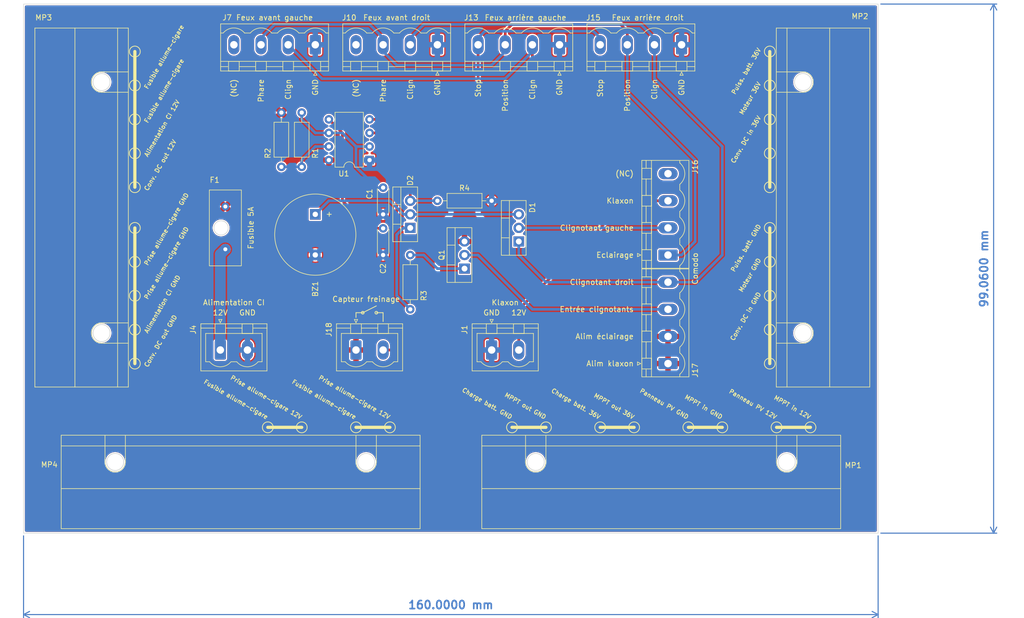
<source format=kicad_pcb>
(kicad_pcb (version 20211014) (generator pcbnew)

  (general
    (thickness 1.6)
  )

  (paper "A4")
  (layers
    (0 "F.Cu" signal)
    (31 "B.Cu" signal)
    (32 "B.Adhes" user "B.Adhesive")
    (33 "F.Adhes" user "F.Adhesive")
    (34 "B.Paste" user)
    (35 "F.Paste" user)
    (36 "B.SilkS" user "B.Silkscreen")
    (37 "F.SilkS" user "F.Silkscreen")
    (38 "B.Mask" user)
    (39 "F.Mask" user)
    (40 "Dwgs.User" user "User.Drawings")
    (41 "Cmts.User" user "User.Comments")
    (42 "Eco1.User" user "User.Eco1")
    (43 "Eco2.User" user "User.Eco2")
    (44 "Edge.Cuts" user)
    (45 "Margin" user)
    (46 "B.CrtYd" user "B.Courtyard")
    (47 "F.CrtYd" user "F.Courtyard")
    (48 "B.Fab" user)
    (49 "F.Fab" user)
    (50 "User.1" user)
    (51 "User.2" user)
    (52 "User.3" user)
    (53 "User.4" user)
    (54 "User.5" user)
    (55 "User.6" user)
    (56 "User.7" user)
    (57 "User.8" user)
    (58 "User.9" user)
  )

  (setup
    (stackup
      (layer "F.SilkS" (type "Top Silk Screen"))
      (layer "F.Paste" (type "Top Solder Paste"))
      (layer "F.Mask" (type "Top Solder Mask") (thickness 0.01))
      (layer "F.Cu" (type "copper") (thickness 0.035))
      (layer "dielectric 1" (type "core") (thickness 1.51) (material "FR4") (epsilon_r 4.5) (loss_tangent 0.02))
      (layer "B.Cu" (type "copper") (thickness 0.035))
      (layer "B.Mask" (type "Bottom Solder Mask") (thickness 0.01))
      (layer "B.Paste" (type "Bottom Solder Paste"))
      (layer "B.SilkS" (type "Bottom Silk Screen"))
      (copper_finish "None")
      (dielectric_constraints no)
    )
    (pad_to_mask_clearance 0)
    (pcbplotparams
      (layerselection 0x00010e0_ffffffff)
      (disableapertmacros false)
      (usegerberextensions false)
      (usegerberattributes true)
      (usegerberadvancedattributes true)
      (creategerberjobfile true)
      (svguseinch false)
      (svgprecision 6)
      (excludeedgelayer true)
      (plotframeref false)
      (viasonmask false)
      (mode 1)
      (useauxorigin false)
      (hpglpennumber 1)
      (hpglpenspeed 20)
      (hpglpendiameter 15.000000)
      (dxfpolygonmode true)
      (dxfimperialunits true)
      (dxfusepcbnewfont true)
      (psnegative false)
      (psa4output false)
      (plotreference true)
      (plotvalue true)
      (plotinvisibletext false)
      (sketchpadsonfab false)
      (subtractmaskfromsilk false)
      (outputformat 1)
      (mirror false)
      (drillshape 0)
      (scaleselection 1)
      (outputdirectory "")
    )
  )

  (net 0 "")
  (net 1 "GND")
  (net 2 "Net-(F1-Pad2)")
  (net 3 "Net-(J13-Pad2)")
  (net 4 "Net-(J10-Pad2)")
  (net 5 "unconnected-(J7-Pad4)")
  (net 6 "unconnected-(J10-Pad4)")
  (net 7 "Net-(J10-Pad3)")
  (net 8 "Net-(J13-Pad4)")
  (net 9 "Net-(J1-Pad2)")
  (net 10 "/Flasher/Out")
  (net 11 "unconnected-(J17-Pad4)")
  (net 12 "/12V_5A")
  (net 13 "Net-(Q1-Pad1)")
  (net 14 "Net-(C1-Pad1)")
  (net 15 "Net-(R3-Pad1)")
  (net 16 "Net-(U1-Pad4)")
  (net 17 "Net-(C2-Pad1)")
  (net 18 "Net-(R1-Pad2)")
  (net 19 "/Flasher/Enable")

  (footprint "circuit:Wago_221-500_SplicingConnectorHolder" (layer "F.Cu") (at 94.615 72.39 90))

  (footprint "Buzzer_Beeper:Buzzer_15x7.5RM7.6" (layer "F.Cu") (at 134.62 73.66 -90))

  (footprint "circuit:Wago_221-500_SplicingConnectorHolder" (layer "F.Cu") (at 120.65 120.015 180))

  (footprint "circuit:Littelfuse_FuseHolder_FL1_178.6764.0001" (layer "F.Cu") (at 117.78 76.2 -90))

  (footprint "Capacitor_THT:C_Disc_D4.3mm_W1.9mm_P5.00mm" (layer "F.Cu") (at 147.32 76.28 -90))

  (footprint "circuit:Generic_HeaderSocket_1x02_P5.08mm_Vertical_Open" (layer "F.Cu") (at 116.84 99.06))

  (footprint "Resistor_THT:R_Axial_DIN0207_L6.3mm_D2.5mm_P10.16mm_Horizontal" (layer "F.Cu") (at 152.4 91.44 90))

  (footprint "circuit:Generic_HeaderSocket_1x04_P5.08mm_Vertical_Open" (layer "F.Cu") (at 180.34 41.91 180))

  (footprint "Package_DIP:DIP-8_W7.62mm" (layer "F.Cu") (at 144.78 63.5 180))

  (footprint "circuit:Generic_HeaderSocket_1x04_P5.08mm_Vertical_Open" (layer "F.Cu") (at 203.2 41.91 180))

  (footprint "Package_TO_SOT_THT:TO-220-3_Vertical" (layer "F.Cu") (at 172.72 78.74 90))

  (footprint "circuit:Generic_HeaderSocket_1x04_P5.08mm_Vertical_Open" (layer "F.Cu") (at 134.62 41.91 180))

  (footprint "Package_TO_SOT_THT:TO-220-3_Vertical" (layer "F.Cu") (at 152.4 76.2 90))

  (footprint "circuit:Generic_HeaderSocket_1x04_P5.08mm_Vertical_Open" (layer "F.Cu") (at 200.66 101.6 90))

  (footprint "circuit:Wago_221-500_SplicingConnectorHolder" (layer "F.Cu") (at 225.933 72.39 -90))

  (footprint "Resistor_THT:R_Axial_DIN0207_L6.3mm_D2.5mm_P10.16mm_Horizontal" (layer "F.Cu") (at 157.48 71.12))

  (footprint "Resistor_THT:R_Axial_DIN0207_L6.3mm_D2.5mm_P10.16mm_Horizontal" (layer "F.Cu") (at 128.27 54.61 -90))

  (footprint "Resistor_THT:R_Axial_DIN0207_L6.3mm_D2.5mm_P10.16mm_Horizontal" (layer "F.Cu") (at 132.08 64.77 90))

  (footprint "Capacitor_THT:C_Disc_D4.3mm_W1.9mm_P5.00mm" (layer "F.Cu") (at 147.32 68.66 -90))

  (footprint "circuit:Generic_HeaderSocket_1x02_P5.08mm_Vertical_Open" (layer "F.Cu") (at 167.64 99.06))

  (footprint "circuit:Wago_221-500_SplicingConnectorHolder" (layer "F.Cu") (at 199.39 120.015 180))

  (footprint "circuit:Generic_HeaderSocket_1x02_P5.08mm_Vertical_Open" (layer "F.Cu") (at 142.24 99.06))

  (footprint "circuit:Generic_HeaderSocket_1x04_P5.08mm_Vertical_Open" (layer "F.Cu") (at 200.66 81.28 90))

  (footprint "Package_TO_SOT_THT:TO-220-3_Vertical" (layer "F.Cu") (at 162.56 83.82 90))

  (footprint "circuit:Generic_HeaderSocket_1x04_P5.08mm_Vertical_Open" (layer "F.Cu") (at 157.48 41.91 180))

  (gr_circle (center 219.71 43.18) (end 219.71 44.196) (layer "F.SilkS") (width 0.15) (fill none) (tstamp 00cc452e-ba96-4e88-af55-18733b4ebc37))
  (gr_line (start 143.51 92.075) (end 146.05 90.805) (layer "F.SilkS") (width 0.15) (tstamp 037ebb6b-c1e3-482d-a0fb-4947fbe14174))
  (gr_circle (center 227.33 113.538) (end 228.346 113.538) (layer "F.SilkS") (width 0.15) (fill none) (tstamp 055fcf87-c6aa-4d3a-b430-5d09e34b74e5))
  (gr_circle (center 100.838 82.55) (end 100.838 83.566) (layer "F.SilkS") (width 0.15) (fill none) (tstamp 0b32eb5e-cf7d-4f91-a80b-b69cb363145f))
  (gr_circle (center 100.838 55.88) (end 100.838 56.896) (layer "F.SilkS") (width 0.15) (fill none) (tstamp 0d55e7a3-dc43-43c6-9a9a-2009d8d31a46))
  (gr_circle (center 219.71 101.6) (end 219.71 102.616) (layer "F.SilkS") (width 0.15) (fill none) (tstamp 0e0ef8f7-8f11-42c6-a45f-df3b4592f844))
  (gr_circle (center 100.838 76.2) (end 100.838 77.216) (layer "F.SilkS") (width 0.15) (fill none) (tstamp 1c60a30a-615f-448b-a49b-d8cc700366e8))
  (gr_circle (center 219.71 55.88) (end 219.71 56.896) (layer "F.SilkS") (width 0.15) (fill none) (tstamp 1eb217a3-880e-4df2-9811-286c14ac7f74))
  (gr_circle (center 100.838 49.53) (end 100.838 50.546) (layer "F.SilkS") (width 0.15) (fill none) (tstamp 21c33e54-0519-410a-b68d-8ed076ea3b1e))
  (gr_circle (center 219.71 95.25) (end 219.71 96.266) (layer "F.SilkS") (width 0.15) (fill none) (tstamp 22f715ec-100a-4c8e-ab3e-fe94307aa39f))
  (gr_line (start 142.24 92.075) (end 143.51 92.075) (layer "F.SilkS") (width 0.15) (tstamp 2665a517-cfa8-4700-85c7-f742ee9f908d))
  (gr_line (start 219.71 101.6) (end 219.71 76.2) (layer "F.SilkS") (width 0.6) (tstamp 267ab17e-424b-4c5b-bf96-65deaaa5db5d))
  (gr_line (start 171.45 113.538) (end 177.8 113.538) (layer "F.SilkS") (width 0.6) (tstamp 276e2239-1b6d-4c52-a207-9385ed3216ee))
  (gr_circle (center 204.47 113.538) (end 204.47 114.554) (layer "F.SilkS") (width 0.15) (fill none) (tstamp 30a29d66-4141-4259-8081-d6952d8bac58))
  (gr_line (start 142.24 92.964) (end 142.24 92.075) (layer "F.SilkS") (width 0.15) (tstamp 317163f5-2dcf-44f7-ad22-042c6ecaf6a0))
  (gr_circle (center 219.71 76.2) (end 219.71 77.216) (layer "F.SilkS") (width 0.15) (fill none) (tstamp 3415d0f1-a5ec-4da2-977b-59cdf177a34e))
  (gr_circle (center 143.51 92.075) (end 143.51 92.329) (layer "F.SilkS") (width 0.15) (fill none) (tstamp 3ba68855-4f8b-4d02-b57a-7a757e623ac6))
  (gr_line (start 147.32 93.726) (end 147.32 92.075) (layer "F.SilkS") (width 0.15) (tstamp 4884cbfa-0b58-4e04-88a2-8b0679a49cfe))
  (gr_circle (center 177.8 113.538) (end 178.816 113.538) (layer "F.SilkS") (width 0.15) (fill none) (tstamp 4ae8d5b6-ac5e-42d2-b8f3-c8cc021daa80))
  (gr_circle (center 100.838 62.23) (end 100.838 63.246) (layer "F.SilkS") (width 0.15) (fill none) (tstamp 51e3ee0a-facb-4db4-9532-340a50f8f1f2))
  (gr_circle (center 210.82 113.538) (end 211.836 113.538) (layer "F.SilkS") (width 0.15) (fill none) (tstamp 556aaf9d-07f6-43f6-8fc0-4e9785c941f1))
  (gr_circle (center 100.838 101.6) (end 100.838 102.616) (layer "F.SilkS") (width 0.15) (fill none) (tstamp 5bf0cce5-0f16-48e1-8027-73d52d0770a7))
  (gr_line (start 146.05 92.075) (end 147.32 92.075) (layer "F.SilkS") (width 0.15) (tstamp 64594d5f-3d87-4b12-b761-9dd43370d25f))
  (gr_line (start 100.838 101.6) (end 100.838 76.2) (layer "F.SilkS") (width 0.6) (tstamp 6880ab3e-a6aa-4a14-9152-a9eb9358d1fc))
  (gr_circle (center 148.59 113.538) (end 149.606 113.538) (layer "F.SilkS") (width 0.15) (fill none) (tstamp 6a0bff84-e9d8-41a3-aabe-ad4db7905799))
  (gr_circle (center 146.05 92.075) (end 146.05 92.329) (layer "F.SilkS") (width 0.15) (fill none) (tstamp 70832878-fccb-4304-88d0-2e6b8d58c95c))
  (gr_line (start 125.73 113.538) (end 132.08 113.538) (layer "F.SilkS") (width 0.6) (tstamp 762ff740-3b01-4bc8-872a-9874ec8e35e1))
  (gr_circle (center 219.71 62.23) (end 219.71 63.246) (layer "F.SilkS") (width 0.15) (fill none) (tstamp 82d429c8-e93d-4f0a-b38e-c4998fc025d4))
  (gr_circle (center 219.71 88.9) (end 219.71 89.916) (layer "F.SilkS") (width 0.15) (fill none) (tstamp 8c73b2a6-3a37-44e3-a20a-4d59420eda58))
  (gr_circle (center 132.08 113.538) (end 133.096 113.538) (layer "F.SilkS") (width 0.15) (fill none) (tstamp 8c76b169-ab5a-4294-b011-8cc6dbfede52))
  (gr_line (start 142.24 113.538) (end 148.59 113.538) (layer "F.SilkS") (width 0.6) (tstamp 91be0c4d-31d3-4e82-bf1f-77f12a0724d3))
  (gr_circle (center 100.838 68.58) (end 100.838 69.596) (layer "F.SilkS") (width 0.15) (fill none) (tstamp 92debe54-aa60-4d78-93c4-7bed450025c3))
  (gr_circle (center 187.96 113.538) (end 187.96 114.554) (layer "F.SilkS") (width 0.15) (fill none) (tstamp 9e269d91-7d17-4c00-b467-153271320d02))
  (gr_line (start 204.47 113.538) (end 210.82 113.538) (layer "F.SilkS") (width 0.6) (tstamp 9f5f49d5-5120-4673-b032-f8b828707780))
  (gr_circle (center 219.71 68.58) (end 219.71 69.596) (layer "F.SilkS") (width 0.15) (fill none) (tstamp ae522db0-de0e-46c6-a5db-2a3e5dc1e2c8))
  (gr_line (start 187.96 113.538) (end 194.31 113.538) (layer "F.SilkS") (width 0.6) (tstamp b9dd1e64-81b6-4cb3-a41a-714927a1f651))
  (gr_line (start 220.98 113.538) (end 227.33 113.538) (layer "F.SilkS") (width 0.6) (tstamp bd1578a3-4a14-4bd9-bd84-0de04e146746))
  (gr_line (start 219.71 68.58) (end 219.71 43.18) (layer "F.SilkS") (width 0.6) (tstamp c385224b-423f-40f8-919d-7bb5706505b4))
  (gr_circle (center 100.838 43.18) (end 100.838 44.196) (layer "F.SilkS") (width 0.15) (fill none) (tstamp c52275f8-949a-4fec-91e2-a5d4834b2abf))
  (gr_circle (center 194.31 113.538) (end 195.326 113.538) (layer "F.SilkS") (width 0.15) (fill none) (tstamp c623ebf3-b72b-47a6-99f0-44d878243028))
  (gr_circle (center 142.24 113.538) (end 142.24 114.554) (layer "F.SilkS") (width 0.15) (fill none) (tstamp d76ff1a7-35b0-4008-84bc-2c8ee966a14c))
  (gr_circle (center 219.71 82.55) (end 219.71 83.566) (layer "F.SilkS") (width 0.15) (fill none) (tstamp dd06bd11-c251-457b-b962-c3f96bc19116))
  (gr_circle (center 100.838 95.25) (end 100.838 96.266) (layer "F.SilkS") (width 0.15) (fill none) (tstamp e0a52752-2d8f-477c-9516-b9400a50c85b))
  (gr_line (start 100.838 68.58) (end 100.838 43.18) (layer "F.SilkS") (width 0.6) (tstamp e16a7896-6132-41a2-88b1-6a30824e02f1))
  (gr_circle (center 219.71 49.53) (end 219.71 50.546) (layer "F.SilkS") (width 0.15) (fill none) (tstamp e613b6cd-fa9d-4fee-b77c-739df61b24e7))
  (gr_circle (center 125.73 113.538) (end 125.73 114.554) (layer "F.SilkS") (width 0.15) (fill none) (tstamp ec541a50-51a5-45b4-bd93-6dc3c5da4675))
  (gr_circle (center 171.45 113.538) (end 171.45 114.554) (layer "F.SilkS") (width 0.15) (fill none) (tstamp f896295d-a092-487a-b396-fb2265acf685))
  (gr_circle (center 220.98 113.538) (end 220.98 114.554) (layer "F.SilkS") (width 0.15) (fill none) (tstamp f96da55c-37fd-441a-97cf-2faa4effb06f))
  (gr_circle (center 100.838 88.9) (end 100.838 89.916) (layer "F.SilkS") (width 0.15) (fill none) (tstamp ff786ef8-333e-498b-b6d9-09fa2cc3b86f))
  (gr_rect (start 80 34.29) (end 240 133.35) (layer "Edge.Cuts") (width 0.1) (fill none) (tstamp baf93642-2aff-4fc6-b370-4199fa085aee))
  (gr_text "Entrée clignotants" (at 194.31 91.44) (layer "F.SilkS") (tstamp 009327c0-15ee-46e8-892a-58efec518749)
    (effects (font (size 1 1) (thickness 0.15)) (justify right))
  )
  (gr_text "Puiss. batt. 36V" (at 217.805 42.545 60) (layer "F.SilkS") (tstamp 0179d269-e1dc-4937-a3ba-dc7abdc5a4b8)
    (effects (font (size 0.8 0.8) (thickness 0.15)) (justify right))
  )
  (gr_text "Capteur freinage" (at 144.145 89.535) (layer "F.SilkS") (tstamp 10f0e3a0-addc-4d65-a2d4-724846e23a5f)
    (effects (font (size 1 1) (thickness 0.15)))
  )
  (gr_text "MPPT in GND" (at 210.82 111.76 330) (layer "F.SilkS") (tstamp 12b35428-8b71-4e7d-bfce-e55e30306b03)
    (effects (font (size 0.8 0.8) (thickness 0.15)) (justify right))
  )
  (gr_text "GND" (at 167.64 92.075) (layer "F.SilkS") (tstamp 12d9dba3-877d-4c21-a5de-a6d93121bc35)
    (effects (font (size 1 1) (thickness 0.15)))
  )
  (gr_text "MPPT out 36V" (at 194.31 111.76 330) (layer "F.SilkS") (tstamp 13bbd547-101b-46f3-94a0-1df1740595c5)
    (effects (font (size 0.8 0.8) (thickness 0.15)) (justify right))
  )
  (gr_text "Fusible 5A" (at 122.555 76.2 90) (layer "F.SilkS") (tstamp 1544f11d-aee5-4f7d-8a2a-3a2ade2a123d)
    (effects (font (size 1 1) (thickness 0.15)))
  )
  (gr_text "Klaxon" (at 170.18 90.17) (layer "F.SilkS") (tstamp 181f8ef5-8c40-480c-9ede-6f3c7b5ce2ff)
    (effects (font (size 1 1) (thickness 0.15)))
  )
  (gr_text "GND" (at 121.92 92.075) (layer "F.SilkS") (tstamp 184e2e09-0552-4371-9e84-9ca65c6d6146)
    (effects (font (size 1 1) (thickness 0.15)))
  )
  (gr_text "Charge batt. 36V" (at 187.96 111.76 330) (layer "F.SilkS") (tstamp 2069bd85-f5ab-4eeb-82ac-ac9ee9e228da)
    (effects (font (size 0.8 0.8) (thickness 0.15)) (justify right))
  )
  (gr_text "Prise allume-cigare 12V" (at 132.08 111.76 330) (layer "F.SilkS") (tstamp 21b0bf50-46d5-4c49-8311-ed3f6264e51e)
    (effects (font (size 0.8 0.8) (thickness 0.15)) (justify right))
  )
  (gr_text "MPPT out GND" (at 177.8 111.76 330) (layer "F.SilkS") (tstamp 29a589e5-3dc9-406d-8d03-2e70186b2e09)
    (effects (font (size 0.8 0.8) (thickness 0.15)) (justify right))
  )
  (gr_text "Clignotant droit" (at 194.31 86.36) (layer "F.SilkS") (tstamp 29d90419-1132-4a2b-970e-b0eccfab1cf9)
    (effects (font (size 1 1) (thickness 0.15)) (justify right))
  )
  (gr_text "GND" (at 134.62 48.26 90) (layer "F.SilkS") (tstamp 2c926ee1-e3c9-40cf-95b9-6c82dc648463)
    (effects (font (size 1 1) (thickness 0.15)) (justify right))
  )
  (gr_text "GND" (at 157.48 48.26 90) (layer "F.SilkS") (tstamp 33c457be-7434-4972-9b74-59a2a75dfe1f)
    (effects (font (size 1 1) (thickness 0.15)) (justify right))
  )
  (gr_text "12V" (at 172.72 92.075) (layer "F.SilkS") (tstamp 3464ffab-61f6-4506-aa32-74780900afde)
    (effects (font (size 1 1) (thickness 0.15)))
  )
  (gr_text "Conv. DC in GND" (at 217.805 88.265 60) (layer "F.SilkS") (tstamp 354f4214-25cc-4c1c-af90-691b93e325f6)
    (effects (font (size 0.8 0.8) (thickness 0.15)) (justify right))
  )
  (gr_text "Fusible allume-cigare" (at 142.24 111.76 330) (layer "F.SilkS") (tstamp 36a31b89-4d85-42e0-a55c-c839a34f9025)
    (effects (font (size 0.8 0.8) (thickness 0.15)) (justify right))
  )
  (gr_text "Fusible allume-cigare" (at 125.73 111.76 330) (layer "F.SilkS") (tstamp 39e7c3a6-7728-4532-abb1-94c7cefee84c)
    (effects (font (size 0.8 0.8) (thickness 0.15)) (justify right))
  )
  (gr_text "Conv. DC out 12V" (at 102.87 69.215 60) (layer "F.SilkS") (tstamp 4430018d-167b-42c4-88a6-aec09ab96fc1)
    (effects (font (size 0.8 0.8) (thickness 0.15)) (justify left))
  )
  (gr_text "Feux avant gauche" (at 127 36.83) (layer "F.SilkS") (tstamp 479e96c7-febe-46ff-b0f9-4ff5069df68d)
    (effects (font (size 1 1) (thickness 0.15)))
  )
  (gr_text "Feux arrière gauche" (at 173.99 36.83) (layer "F.SilkS") (tstamp 5050200a-ec68-42b1-b377-093dec82d41a)
    (effects (font (size 1 1) (thickness 0.15)))
  )
  (gr_text "Clign" (at 175.26 48.26 90) (layer "F.SilkS") (tstamp 5a15157a-7512-4e5c-84d4-469b0cf5e59f)
    (effects (font (size 1 1) (thickness 0.15)) (justify right))
  )
  (gr_text "Clignotant gauche" (at 194.31 76.2) (layer "F.SilkS") (tstamp 5fdd986d-182f-4920-a3f2-bb498f06298c)
    (effects (font (size 1 1) (thickness 0.15)) (justify right))
  )
  (gr_text "Panneau PV GND" (at 204.47 111.76 330) (layer "F.SilkS") (tstamp 61f9941f-5166-4352-a2f2-5b11a6cad889)
    (effects (font (size 0.8 0.8) (thickness 0.15)) (justify right))
  )
  (gr_text "Alimentation CI 12V" (at 102.87 62.865 60) (layer "F.SilkS") (tstamp 65a57779-4789-40b5-bd5a-fe715e8093a8)
    (effects (font (size 0.8 0.8) (thickness 0.15)) (justify left))
  )
  (gr_text "12V" (at 116.84 92.075) (layer "F.SilkS") (tstamp 67d847b8-f92c-4347-addf-84d787c4ca95)
    (effects (font (size 1 1) (thickness 0.15)))
  )
  (gr_text "Prise allume-cigare GND" (at 102.87 83.185 60) (layer "F.SilkS") (tstamp 6eff0d18-74e4-4ad2-b719-69c3c845f121)
    (effects (font (size 0.8 0.8) (thickness 0.15)) (justify left))
  )
  (gr_text "Clign" (at 198.12 48.26 90) (layer "F.SilkS") (tstamp 700b58be-56ba-4cb7-a015-f3877f13d200)
    (effects (font (size 1 1) (thickness 0.15)) (justify right))
  )
  (gr_text "Alimentation CI GND" (at 102.87 95.885 60) (layer "F.SilkS") (tstamp 71182d09-709a-47f7-b7f3-dac75ae64276)
    (effects (font (size 0.8 0.8) (thickness 0.15)) (justify left))
  )
  (gr_text "Charge batt. GND" (at 171.45 111.76 330) (layer "F.SilkS") (tstamp 714110b5-09b5-4edb-8143-6d8636562c61)
    (effects (font (size 0.8 0.8) (thickness 0.15)) (justify right))
  )
  (gr_text "Stop" (at 165.1 48.26 90) (layer "F.SilkS") (tstamp 722c265d-2783-4131-9fa5-c3608639bdec)
    (effects (font (size 1 1) (thickness 0.15)) (justify right))
  )
  (gr_text "Prise allume-cigare GND" (at 102.87 89.535 60) (layer "F.SilkS") (tstamp 7672544e-9c7f-4530-bed9-ccbf1fc792e2)
    (effects (font (size 0.8 0.8) (thickness 0.15)) (justify left))
  )
  (gr_text "(NC)" (at 142.24 48.26 90) (layer "F.SilkS") (tstamp 81670fe2-cb26-430f-b727-4812bc9dcec2)
    (effects (font (size 1 1) (thickness 0.15)) (justify right))
  )
  (gr_text "Clign" (at 152.4 48.26 90) (layer "F.SilkS") (tstamp 85a06cc9-afdf-41f7-b124-edeaa893efac)
    (effects (font (size 1 1) (thickness 0.15)) (justify right))
  )
  (gr_text "Clign" (at 129.54 48.26 90) (layer "F.SilkS") (tstamp 8e752887-0b98-4c6b-b65f-b332ae9a9362)
    (effects (font (size 1 1) (thickness 0.15)) (justify right))
  )
  (gr_text "Feux arrière droit" (at 196.85 36.83) (layer "F.SilkS") (tstamp 922a98d4-aa77-4c67-b89f-e480c6ae99db)
    (effects (font (size 1 1) (thickness 0.15)))
  )
  (gr_text "Fusible allume-cigare" (at 102.87 56.515 60) (layer "F.SilkS") (tstamp 93c27926-85d0-4404-b295-380ef1e37ac5)
    (effects (font (size 0.8 0.8) (thickness 0.15)) (justify left))
  )
  (gr_text "Position" (at 170.18 48.26 90) (layer "F.SilkS") (tstamp 9403f260-da8c-45a7-9c0e-fdad94d66a10)
    (effects (font (size 1 1) (thickness 0.15)) (justify right))
  )
  (gr_text "Phare" (at 147.32 48.26 90) (layer "F.SilkS") (tstamp 94258d65-465f-472b-ac8e-490f605ed077)
    (effects (font (size 1 1) (thickness 0.15)) (justify right))
  )
  (gr_text "Moteur GND" (at 217.805 81.915 60) (layer "F.SilkS") (tstamp 9a6087f4-bc8b-43cd-8846-40fb689372eb)
    (effects (font (size 0.8 0.8) (thickness 0.15)) (justify right))
  )
  (gr_text "Alim éclairage" (at 194.31 96.52) (layer "F.SilkS") (tstamp ac9c7750-93d2-41f0-97bd-67093134d658)
    (effects (font (size 1 1) (thickness 0.15)) (justify right))
  )
  (gr_text "MPPT in 12V" (at 227.33 111.76 330) (layer "F.SilkS") (tstamp ae97602b-c29e-4540-95a0-a90ab7fb8a31)
    (effects (font (size 0.8 0.8) (thickness 0.15)) (justify right))
  )
  (gr_text "Feux avant droit" (at 149.86 36.83) (layer "F.SilkS") (tstamp b2f15d2e-8ab4-4101-9c07-858be9e8e3b8)
    (effects (font (size 1 1) (thickness 0.15)))
  )
  (gr_text "Eclairage" (at 194.31 81.28) (layer "F.SilkS") (tstamp be57702c-5815-47a9-b9b9-e783c8223dc9)
    (effects (font (size 1 1) (thickness 0.15)) (justify right))
  )
  (gr_text "Phare" (at 124.46 48.26 90) (layer "F.SilkS") (tstamp bf17cf21-f1a8-4a6b-80a7-084e7c3b2eb1)
    (effects (font (size 1 1) (thickness 0.15)) (justify right))
  )
  (gr_text "Panneau PV 12V" (at 220.98 111.76 330) (layer "F.SilkS") (tstamp c002088f-cfde-4354-822c-968e274e8262)
    (effects (font (size 0.8 0.8) (thickness 0.15)) (justify right))
  )
  (gr_text "Stop" (at 187.96 48.26 90) (layer "F.SilkS") (tstamp c097cb44-de61-4987-b402-80ee892def3d)
    (effects (font (size 1 1) (thickness 0.15)) (justify right))
  )
  (gr_text "Moteur 36V" (at 217.805 48.895 60) (layer "F.SilkS") (tstamp c343e982-c378-429e-a351-6bb7a503e83b)
    (effects (font (size 0.8 0.8) (thickness 0.15)) (justify right))
  )
  (gr_text "(NC)" (at 194.31 66.04) (layer "F.SilkS") (tstamp c37607ba-c9a9-4b49-9c6b-40e258059f1a)
    (effects (font (size 1 1) (thickness 0.15)) (justify right))
  )
  (gr_text "Klaxon" (at 194.31 71.12) (layer "F.SilkS") (tstamp c62e4f50-4d66-4232-b6e1-c4686e60ff45)
    (effects (font (size 1 1) (thickness 0.15)) (justify right))
  )
  (gr_text "Alimentation CI" (at 119.38 90.17) (layer "F.SilkS") (tstamp d185276d-52f9-43b2-b205-1ad3d64318ab)
    (effects (font (size 1 1) (thickness 0.15)))
  )
  (gr_text "Conv. DC in 36V" (at 217.805 55.245 60) (layer "F.SilkS") (tstamp d6b3a406-6bda-477d-9ab9-2d46febf82b0)
    (effects (font (size 0.8 0.8) (thickness 0.15)) (justify right))
  )
  (gr_text "Alim klaxon" (at 194.31 101.6) (layer "F.SilkS") (tstamp d6dba4b6-cc89-47bc-8a8e-f65dc0b05f49)
    (effects (font (size 1 1) (thickness 0.15)) (justify right))
  )
  (gr_text "Conv. DC out GND" (at 102.87 102.235 60) (layer "F.SilkS") (tstamp d76d4d60-7c6c-4800-9139-422dfceee3ab)
    (effects (font (size 0.8 0.8) (thickness 0.15)) (justify left))
  )
  (gr_text "Position" (at 193.04 48.26 90) (layer "F.SilkS") (tstamp d996caa2-9490-43a7-b6d5-be6ef90f2813)
    (effects (font (size 1 1) (thickness 0.15)) (justify right))
  )
  (gr_text "Fusible allume-cigare" (at 102.87 50.165 60) (layer "F.SilkS") (tstamp dab41d0b-79b2-4449-b22f-6c5c4e5e953e)
    (effects (font (size 0.8 0.8) (thickness 0.15)) (justify left))
  )
  (gr_text "Comodo" (at 205.74 83.82 90) (layer "F.SilkS") (tstamp dbb9f5e6-2e8f-4c85-afe4-940d2c33e0c6)
    (effects (font (size 1 1) (thickness 0.15)))
  )
  (gr_text "(NC)" (at 119.38 48.26 90) (layer "F.SilkS") (tstamp e6c921ac-e5b4-4c56-a84a-39691a60427d)
    (effects (font (size 1 1) (thickness 0.15)) (justify right))
  )
  (gr_text "GND" (at 203.2 48.26 90) (layer "F.SilkS") (tstamp f06d498b-d592-47e6-b472-036a273bf9fc)
    (effects (font (size 1 1) (thickness 0.15)) (justify right))
  )
  (gr_text "Puiss. batt. GND" (at 217.805 75.565 60) (layer "F.SilkS") (tstamp f2a68f75-7097-4d14-aa83-0930ed3879c2)
    (effects (font (size 0.8 0.8) (thickness 0.15)) (justify right))
  )
  (gr_text "Prise allume-cigare 12V" (at 148.59 111.76 330) (layer "F.SilkS") (tstamp f5ae01be-f92f-46e1-93d8-12890137dba7)
    (effects (font (size 0.8 0.8) (thickness 0.15)) (justify right))
  )
  (gr_text "GND" (at 180.34 48.26 90) (layer "F.SilkS") (tstamp f9a58e77-e2ef-4d43-91c6-174b5c2ccb7e)
    (effects (font (size 1 1) (thickness 0.15)) (justify right))
  )
  (dimension (type aligned) (layer "B.Cu") (tstamp 4e1f1c92-8a9a-4ed5-bef2-e21d317891d9)
    (pts (xy 240 133.35) (xy 80 133.35))
    (height -15.24)
    (gr_text "160.0000 mm" (at 160 146.79) (layer "B.Cu") (tstamp 4e1f1c92-8a9a-4ed5-bef2-e21d317891d9)
      (effects (font (size 1.5 1.5) (thickness 0.3)))
    )
    (format (units 3) (units_format 1) (precision 4))
    (style (thickness 0.2) (arrow_length 1.27) (text_position_mode 0) (extension_height 0.58642) (extension_offset 0.5) keep_text_aligned)
  )
  (dimension (type aligned) (layer "B.Cu") (tstamp 7b10cdd2-34ca-4948-92f5-f31747f57471)
    (pts (xy 240 133.35) (xy 240 34.29))
    (height 21.62)
    (gr_text "99.0600 mm" (at 259.82 83.82 90) (layer "B.Cu") (tstamp 7b10cdd2-34ca-4948-92f5-f31747f57471)
      (effects (font (size 1.5 1.5) (thickness 0.3)))
    )
    (format (units 3) (units_format 1) (precision 4))
    (style (thickness 0.2) (arrow_length 1.27) (text_position_mode 0) (extension_height 0.58642) (extension_offset 0.5) keep_text_aligned)
  )

  (segment (start 116.84 81.14) (end 117.78 80.2) (width 2.032) (layer "B.Cu") (net 2) (tstamp 5c00ef32-89e2-4b31-b097-14aee8989fe3))
  (segment (start 116.84 99.06) (end 116.84 81.14) (width 2.032) (layer "B.Cu") (net 2) (tstamp bbbcfb12-5a4f-4946-9dfa-822d6c963ee0))
  (segment (start 175.26 41.91) (end 175.26 74.93) (width 0.508) (layer "F.Cu") (net 3) (tstamp 46cf608c-8e90-404c-ba62-e611480607f4))
  (segment (start 173.99 76.2) (end 172.72 76.2) (width 0.508) (layer "F.Cu") (net 3) (tstamp a7470ba1-4d62-4cc6-b4bf-ac8286044ea3))
  (segment (start 175.26 74.93) (end 173.99 76.2) (width 0.508) (layer "F.Cu") (net 3) (tstamp d03167c8-0de1-490e-be7e-be9e54d6e42b))
  (segment (start 175.26 43.18) (end 170.18 48.26) (width 0.508) (layer "B.Cu") (net 3) (tstamp 9214f945-e21e-4540-8073-64da21517bc3))
  (segment (start 129.54 41.91) (end 135.89 48.26) (width 0.508) (layer "B.Cu") (net 3) (tstamp d8304669-adf2-4ff8-adfa-4a7e4859bf55))
  (segment (start 200.66 76.2) (end 172.72 76.2) (width 0.508) (layer "B.Cu") (net 3) (tstamp dbad2399-2dda-4a58-bc27-dfad34517def))
  (segment (start 135.89 48.26) (end 170.18 48.26) (width 0.508) (layer "B.Cu") (net 3) (tstamp f92d3519-fb12-4692-9cbb-4a4eccd251cd))
  (segment (start 205.74 86.36) (end 200.66 86.36) (width 0.508) (layer "B.Cu") (net 4) (tstamp 4873c0fa-f9f4-4a3b-9e55-0e4de707f919))
  (segment (start 195.58 38.1) (end 198.12 40.64) (width 0.508) (layer "B.Cu") (net 4) (tstamp 5a0612e2-d5c6-4b87-9644-eefe0f2932b7))
  (segment (start 172.72 81.28) (end 177.8 86.36) (width 0.508) (layer "B.Cu") (net 4) (tstamp 5b587f90-2ad8-407c-9476-dfad5d3d8252))
  (segment (start 210.82 81.28) (end 205.74 86.36) (width 0.508) (layer "B.Cu") (net 4) (tstamp 64ccd70d-4c42-4d87-b1d7-1d1154eb1bf7))
  (segment (start 210.82 60.96) (end 210.82 81.28) (width 0.508) (layer "B.Cu") (net 4) (tstamp 851ffa4c-999e-40ab-8ec3-13cd54cd130e))
  (segment (start 172.72 81.28) (end 172.72 78.74) (width 0.508) (layer "B.Cu") (net 4) (tstamp a692b0f7-add8-4118-ae2f-a8afd0a941ca))
  (segment (start 198.12 48.26) (end 210.82 60.96) (width 0.508) (layer "B.Cu") (net 4) (tstamp c704064f-8ed8-4316-8476-f78b187c2d23))
  (segment (start 200.66 86.36) (end 177.8 86.36) (width 0.508) (layer "B.Cu") (net 4) (tstamp d02ee71b-f32a-4785-b7c1-5c1bfa3a05ae))
  (segment (start 154.94 38.1) (end 195.58 38.1) (width 0.508) (layer "B.Cu") (net 4) (tstamp d4f19e7e-b853-4637-bf98-0c00132456ab))
  (segment (start 198.12 41.91) (end 198.12 48.26) (width 0.508) (layer "B.Cu") (net 4) (tstamp e109767f-388d-43c7-b385-1f370cf9d589))
  (segment (start 152.4 40.64) (end 154.94 38.1) (width 0.508) (layer "B.Cu") (net 4) (tstamp e1265a14-1eff-488d-a647-f1483b574bb7))
  (segment (start 193.04 39.37) (end 191.77 38.1) (width 0.508) (layer "F.Cu") (net 7) (tstamp 68a380f6-9104-4e68-8d7f-7c109fc2f068))
  (segment (start 171.45 38.1) (end 170.18 39.37) (width 0.508) (layer "F.Cu") (net 7) (tstamp 6f781b74-46d6-4586-b73b-825f30eb15dc))
  (segment (start 193.04 41.91) (end 193.04 39.37) (width 0.508) (layer "F.Cu") (net 7) (tstamp 7c86844d-c469-4541-ae0b-2cb8acc8932a))
  (segment (start 171.45 38.1) (end 191.77 38.1) (width 0.508) (layer "F.Cu") (net 7) (tstamp c6efa23a-e9dd-49bb-a821-27add79e6007))
  (segment (start 170.18 39.37) (end 170.18 41.91) (width 0.508) (layer "F.Cu") (net 7) (tstamp eee7178a-ddb9-4979-9259-8fc91a3be6dd))
  (segment (start 200.66 81.28) (end 203.2 81.28) (width 0.508) (layer "B.Cu") (net 7) (tstamp 03e25e78-de0a-43c9-be9d-f1bda354831a))
  (segment (start 124.46 40.64) (end 127 38.1) (width 0.508) (layer "B.Cu") (net 7) (tstamp 34f760b4-3847-4c4d-8d8d-4e22a8b71931))
  (segment (start 205.74 78.74) (end 205.74 63.5) (width 0.508) (layer "B.Cu") (net 7) (tstamp 48a0fe0d-de3e-4dd5-b912-a6f011b575a2))
  (segment (start 149.86 45.72) (end 147.32 43.18) (width 0.508) (layer "B.Cu") (net 7) (tstamp 5406c7a6-29e1-4cae-b2e0-6b2c288e81ae))
  (segment (start 127 38.1) (end 144.78 38.1) (width 0.508) (layer "B.Cu") (net 7) (tstamp 57949ec2-2d6c-46b1-91e4-7d08848f1caf))
  (segment (start 205.74 63.5) (end 193.04 50.8) (width 0.508) (layer "B.Cu") (net 7) (tstamp 5ac26372-c244-46d2-960a-5df174e80e8d))
  (segment (start 170.18 43.18) (end 167.64 45.72) (width 0.508) (layer "B.Cu") (net 7) (tstamp 9087b352-3456-4ff8-8d36-d05e06d0d52e))
  (segment (start 144.78 38.1) (end 147.32 40.64) (width 0.508) (layer "B.Cu") (net 7) (tstamp 998adf27-3512-4a25-a92d-f129f7da6074))
  (segment (start 193.04 50.8) (end 193.04 40.64) (width 0.508) (layer "B.Cu") (net 7) (tstamp b2248a78-0f0d-42c9-ab05-a4dd4895a7f9))
  (segment (start 203.2 81.28) (end 205.74 78.74) (width 0.508) (layer "B.Cu") (net 7) (tstamp ef4df4a1-07b2-4a92-87d5-495975714946))
  (segment (start 167.64 45.72) (end 149.86 45.72) (width 0.508) (layer "B.Cu") (net 7) (tstamp f370e8f0-a0f9-4026-8779-77344290396c))
  (segment (start 149.86 99.06) (end 154.94 93.98) (width 0.508) (layer "F.Cu") (net 8) (tstamp 08840c49-83dc-4cb3-b7f6-8aa38d185da6))
  (segment (start 165.1 50.8) (end 165.1 41.91) (width 0.508) (layer "F.Cu") (net 8) (tstamp 18688965-7b19-45de-9694-78f9b1ddb558))
  (segment (start 147.32 99.06) (end 149.86 99.06) (width 0.508) (layer "F.Cu") (net 8) (tstamp 23ebfab7-4d63-4c73-a618-701ac2872a8e))
  (segment (start 154.94 93.98) (end 154.94 60.96) (width 0.508) (layer "F.Cu") (net 8) (tstamp 57d801a6-e86c-43d5-a02e-c956b5389ebc))
  (segment (start 154.94 60.96) (end 165.1 50.8) (width 0.508) (layer "F.Cu") (net 8) (tstamp b700ac7a-2ed3-4d28-8daf-b7bc85481e65))
  (segment (start 187.96 40.64) (end 186.69 39.37) (width 0.508) (layer "B.Cu") (net 8) (tstamp d021329e-ffed-49be-ad54-d3a8d3543080))
  (segment (start 166.37 39.37) (end 186.69 39.37) (width 0.508) (layer "B.Cu") (net 8) (tstamp d0d775bc-fd9c-41c0-a0d7-35f4a5e4ad9a))
  (segment (start 166.37 39.37) (end 165.1 40.64) (width 0.508) (layer "B.Cu") (net 8) (tstamp efd81617-fbb4-49a3-9bfd-80f4eff2f0c0))
  (segment (start 200.66 71.12) (end 193.04 71.12) (width 0.508) (layer "F.Cu") (net 9) (tstamp 31b0590c-e040-4ba6-9465-2e09ed10f49f))
  (segment (start 193.04 71.12) (end 172.72 91.44) (width 0.508) (layer "F.Cu") (net 9) (tstamp 9597b13e-4edf-48b1-befa-092c2a7b13fd))
  (segment (start 172.72 91.44) (end 172.72 99.06) (width 0.508) (layer "F.Cu") (net 9) (tstamp cff2fb0a-f43c-40f5-a2cb-77abe90ab3cf))
  (segment (start 162.56 81.28) (end 165.1 81.28) (width 0.508) (layer "B.Cu") (net 10) (tstamp 18061e97-104d-427c-bb22-4d425ed9189d))
  (segment (start 165.1 81.28) (end 175.26 91.44) (width 0.508) (layer "B.Cu") (net 10) (tstamp 8c74fe9c-1e5b-4809-b159-06bbebad21c6))
  (segment (start 200.66 91.44) (end 175.26 91.44) (width 0.508) (layer "B.Cu") (net 10) (tstamp 9fe549c8-4c96-491b-b5a8-2bc8072c6d76))
  (segment (start 154.94 81.28) (end 157.48 83.82) (width 0.508) (layer "B.Cu") (net 13) (tstamp 4eee01e4-936e-45ed-a8ad-f446997725e4))
  (segment (start 152.4 81.28) (end 154.94 81.28) (width 0.508) (layer "B.Cu") (net 13) (tstamp a0dea3ff-cb17-47dd-8bc8-664f3ee5d1a3))
  (segment (start 157.48 83.82) (end 162.56 83.82) (width 0.508) (layer "B.Cu") (net 13) (tstamp c39d4a53-0bbb-4cd8-a5e2-798ae322733b))
  (segment (start 146.13 68.66) (end 147.32 68.66) (width 0.508) (layer "B.Cu") (net 14) (tstamp 293f8c6c-598d-4aee-9cd3-d2ab90c72fc7))
  (segment (start 134.62 58.42) (end 132.08 55.88) (width 0.508) (layer "B.Cu") (net 14) (tstamp 2bc34181-4cff-43c7-adfd-0ab3a41a6000))
  (segment (start 142.24 64.77) (end 146.13 68.66) (width 0.508) (layer "B.Cu") (net 14) (tstamp 43c92e7a-bf45-4ec0-a203-25aafe8d6cb3))
  (segment (start 137.16 58.42) (end 134.62 58.42) (width 0.508) (layer "B.Cu") (net 14) (tstamp 8bd97122-9994-4064-abb2-d583db8912ed))
  (segment (start 139.7 58.42) (end 137.16 58.42) (width 0.508) (layer "B.Cu") (net 14) (tstamp 9711f522-98ea-4734-9311-0f306e9f5c07))
  (segment (start 142.24 64.77) (end 142.24 60.96) (width 0.508) (layer "B.Cu") (net 14) (tstamp c8db2183-8ead-44fa-8817-0ff99ae0e7d1))
  (segment (start 142.24 60.96) (end 139.7 58.42) (width 0.508) (layer "B.Cu") (net 14) (tstamp cb17ed89-bc6a-4268-80c2-848f2c79e084))
  (segment (start 144.78 60.96) (end 142.24 60.96) (width 0.508) (layer "B.Cu") (net 14) (tstamp dde71bc1-10b8-409c-8f9d-ee3a98a70433))
  (segment (start 132.08 55.88) (end 132.08 54.61) (width 0.508) (layer "B.Cu") (net 14) (tstamp feec1fc7-db65-4787-9976-58ed433bad69))
  (segment (start 151.13 76.2) (end 149.86 74.93) (width 0.508) (layer "F.Cu") (net 15) (tstamp 45722b01-5c59-4df7-90ff-01efc5be2dad))
  (segment (start 152.4 76.2) (end 151.13 76.2) (width 0.508) (layer "F.Cu") (net 15) (tstamp 7ce1e702-54be-48db-89b7-a3704f600543))
  (segment (start 149.86 62.23) (end 146.05 58.42) (width 0.508) (layer "F.Cu") (net 15) (tstamp 85553cdf-2d0b-412a-98ad-0846735e34cc))
  (segment (start 146.05 58.42) (end 144.78 58.42) (width 0.508) (layer "F.Cu") (net 15) (tstamp c8c74bf0-a4da-4bb7-884f-a3554c8719c7))
  (segment (start 149.86 74.93) (end 149.86 62.23) (width 0.508) (layer "F.Cu") (net 15) (tstamp ef57bd08-4850-474f-bcaf-e0eac744289c))
  (segment (start 151.13 76.2) (end 152.4 76.2) (width 0.508) (layer "B.Cu") (net 15) (tstamp 88f02390-2e81-4e02-ac26-26a98893eccd))
  (segment (start 149.86 77.47) (end 151.13 76.2) (width 0.508) (layer "B.Cu") (net 15) (tstamp 9b6de903-408a-49e4-adf3-a764b47aae1f))
  (segment (start 149.86 88.9) (end 149.86 77.47) (width 0.508) (layer "B.Cu") (net 15) (tstamp c42df67f-f88d-4098-beb4-f5f93698212d))
  (segment (start 152.4 91.44) (end 149.86 88.9) (width 0.508) (layer "B.Cu") (net 15) (tstamp ff1b31db-27f7-446c-a6fb-3ec9b1737d12))
  (segment (start 152.4 60.96) (end 147.32 55.88) (width 0.508) (layer "F.Cu") (net 16) (tstamp c150cff2-03f4-403f-a679-28505c65c279))
  (segment (start 152.4 60.96) (end 152.4 71.12) (width 0.508) (layer "F.Cu") (net 16) (tstamp e49c94c7-6d0c-4709-8bb9-4de39a505ddb))
  (segment (start 144.78 55.88) (end 147.32 55.88) (width 0.508) (layer "F.Cu") (net 16) (tstamp f1efd281-ff59-496b-b141-f928e926868b))
  (segment (start 157.48 71.12) (end 152.4 71.12) (width 0.508) (layer "B.Cu") (net 16) (tstamp da212cb3-d7b6-440b-8661-9fe35f5a2dc5))
  (segment (start 144.86 76.28) (end 139.7 71.12) (width 0.508) (layer "F.Cu") (net 17) (tstamp 17b99803-8d02-4944-86fa-7fa6ab889008))
  (segment (start 147.32 76.28) (end 144.86 76.28) (width 0.508) (layer "F.Cu") (net 17) (tstamp 7b67344d-1627-4b13-a930-026ad61ad1f1))
  (segment (start 139.7 58.42) (end 137.16 55.88) (width 0.508) (layer "F.Cu") (net 17) (tstamp 9dd64ac0-a521-4e86-bc21-5dbff2883c1e))
  (segment (start 139.7 71.12) (end 139.7 58.42) (width 0.508) (layer "F.Cu") (net 17) (tstamp ad3c3898-9855-4f46-8694-8a213108240f))
  (segment (start 137.16 60.96) (end 134.62 60.96) (width 0.508) (layer "B.Cu") (net 18) (tstamp 23453548-fb7f-4161-ac05-f34a6529e252))
  (segment (start 128.27 64.77) (end 132.08 64.77) (width 0.508) (layer "B.Cu") (net 18) (tstamp 4095d808-5a42-476e-b8eb-5339ae0b5785))
  (segment (start 134.62 60.96) (end 132.08 63.5) (width 0.508) (layer "B.Cu") (net 18) (tstamp 93498b84-90c5-430a-ab89-1f83e4167540))
  (segment (start 132.08 63.5) (end 132.08 64.77) (width 0.508) (layer "B.Cu") (net 18) (tstamp a454293e-9013-4ec9-ac54-580711a785f7))
  (segment (start 151.13 73.66) (end 148.59 71.12) (width 0.508) (layer "B.Cu") (net 19) (tstamp 01344f4c-af2f-47e5-81c5-8ebe28933f56))
  (segment (start 152.4 73.66) (end 172.72 73.66) (width 0.508) (layer "B.Cu") (net 19) (tstamp 180c39b2-459d-42a1-8c37-4a7d6c49dd1f))
  (segment (start 148.59 71.12) (end 137.16 71.12) (width 0.508) (layer "B.Cu") (net 19) (tstamp 21f06997-cd3b-49af-b853-7175ab6bbcb4))
  (segment (start 137.16 71.12) (end 134.62 73.66) (width 0.508) (layer "B.Cu") (net 19) (tstamp 2c3e27a4-3502-484c-b9ac-8fcb513beab8))
  (segment (start 152.4 73.66) (end 151.13 73.66) (width 0.508) (layer "B.Cu") (net 19) (tstamp 9ca65d5b-f764-4fb8-a41c-3d6ee0e1af46))

  (zone (net 12) (net_name "/12V_5A") (layer "F.Cu") (tstamp 12d1213e-ccd4-4390-993a-9d0e2019c98b) (hatch edge 0.508)
    (connect_pads (clearance 0.254))
    (min_thickness 0.508) (filled_areas_thickness no)
    (fill yes (thermal_gap 0.508) (thermal_bridge_width 1.016) (island_removal_mode 1) (island_area_min 0))
    (polygon
      (pts
        (xy 240.03 133.35)
        (xy 80.01 133.35)
        (xy 80.01 34.29)
        (xy 240.03 34.29)
      )
    )
    (filled_polygon
      (layer "F.Cu")
      (pts
        (xy 239.589319 34.563758)
        (xy 239.671398 34.618602)
        (xy 239.726242 34.700681)
        (xy 239.7455 34.7975)
        (xy 239.7455 132.8425)
        (xy 239.726242 132.939319)
        (xy 239.671398 133.021398)
        (xy 239.589319 133.076242)
        (xy 239.4925 133.0955)
        (xy 80.5075 133.0955)
        (xy 80.410681 133.076242)
        (xy 80.328602 133.021398)
        (xy 80.273758 132.939319)
        (xy 80.2545 132.8425)
        (xy 80.2545 119.9566)
        (xy 95.29668 119.9566)
        (xy 95.298975 120.015)
        (xy 95.306991 120.219022)
        (xy 95.354174 120.477373)
        (xy 95.437289 120.726499)
        (xy 95.554677 120.961429)
        (xy 95.703995 121.177474)
        (xy 95.710068 121.184043)
        (xy 95.710073 121.18405)
        (xy 95.876189 121.363753)
        (xy 95.876196 121.363759)
        (xy 95.882265 121.370325)
        (xy 95.889198 121.375969)
        (xy 95.889204 121.375975)
        (xy 96.014669 121.478119)
        (xy 96.085929 121.536134)
        (xy 96.310924 121.671592)
        (xy 96.552761 121.773997)
        (xy 96.695663 121.811887)
        (xy 96.797972 121.839014)
        (xy 96.797977 121.839015)
        (xy 96.806614 121.841305)
        (xy 97.067418 121.872173)
        (xy 97.168136 121.8698)
        (xy 97.321036 121.866197)
        (xy 97.321043 121.866196)
        (xy 97.32997 121.865986)
        (xy 97.58903 121.822866)
        (xy 97.839431 121.743675)
        (xy 97.920931 121.704539)
        (xy 98.068106 121.633867)
        (xy 98.06811 121.633865)
        (xy 98.076175 121.629992)
        (xy 98.216643 121.536134)
        (xy 98.2871 121.489056)
        (xy 98.287104 121.489053)
        (xy 98.294539 121.484085)
        (xy 98.490167 121.308867)
        (xy 98.659154 121.107832)
        (xy 98.79813 120.884992)
        (xy 98.842811 120.783925)
        (xy 98.900704 120.652974)
        (xy 98.900705 120.65297)
        (xy 98.90432 120.644794)
        (xy 98.975607 120.39203)
        (xy 99.010568 120.131742)
        (xy 99.014237 120.015)
        (xy 99.010102 119.9566)
        (xy 142.28668 119.9566)
        (xy 142.288975 120.015)
        (xy 142.296991 120.219022)
        (xy 142.344174 120.477373)
        (xy 142.427289 120.726499)
        (xy 142.544677 120.961429)
        (xy 142.693995 121.177474)
        (xy 142.700068 121.184043)
        (xy 142.700073 121.18405)
        (xy 142.866189 121.363753)
        (xy 142.866196 121.363759)
        (xy 142.872265 121.370325)
        (xy 142.879198 121.375969)
        (xy 142.879204 121.375975)
        (xy 143.004669 121.478119)
        (xy 143.075929 121.536134)
        (xy 143.300924 121.671592)
        (xy 143.542761 121.773997)
        (xy 143.685663 121.811887)
        (xy 143.787972 121.839014)
        (xy 143.787977 121.839015)
        (xy 143.796614 121.841305)
        (xy 144.057418 121.872173)
        (xy 144.158136 121.8698)
        (xy 144.311036 121.866197)
        (xy 144.311043 121.866196)
        (xy 144.31997 121.865986)
        (xy 144.57903 121.822866)
        (xy 144.829431 121.743675)
        (xy 144.910931 121.704539)
        (xy 145.058106 121.633867)
        (xy 145.05811 121.633865)
        (xy 145.066175 121.629992)
        (xy 145.206643 121.536134)
        (xy 145.2771 121.489056)
        (xy 145.277104 121.489053)
        (xy 145.284539 121.484085)
        (xy 145.480167 121.308867)
        (xy 145.649154 121.107832)
        (xy 145.78813 120.884992)
        (xy 145.832811 120.783925)
        (xy 145.890704 120.652974)
        (xy 145.890705 120.65297)
        (xy 145.89432 120.644794)
        (xy 145.965607 120.39203)
        (xy 146.000568 120.131742)
        (xy 146.004237 120.015)
        (xy 146.000102 119.9566)
        (xy 174.03668 119.9566)
        (xy 174.038975 120.015)
        (xy 174.046991 120.219022)
        (xy 174.094174 120.477373)
        (xy 174.177289 120.726499)
        (xy 174.294677 120.961429)
        (xy 174.443995 121.177474)
        (xy 174.450068 121.184043)
        (xy 174.450073 121.18405)
        (xy 174.616189 121.363753)
        (xy 174.616196 121.363759)
        (xy 174.622265 121.370325)
        (xy 174.629198 121.375969)
        (xy 174.629204 121.375975)
        (xy 174.754669 121.478119)
        (xy 174.825929 121.536134)
        (xy 175.050924 121.671592)
        (xy 175.292761 121.773997)
        (xy 175.435663 121.811887)
        (xy 175.537972 121.839014)
        (xy 175.537977 121.839015)
        (xy 175.546614 121.841305)
        (xy 175.807418 121.872173)
        (xy 175.908136 121.8698)
        (xy 176.061036 121.866197)
        (xy 176.061043 121.866196)
        (xy 176.06997 121.865986)
        (xy 176.32903 121.822866)
        (xy 176.579431 121.743675)
        (xy 176.660931 121.704539)
        (xy 176.808106 121.633867)
        (xy 176.80811 121.633865)
        (xy 176.816175 121.629992)
        (xy 176.956643 121.536134)
        (xy 177.0271 121.489056)
        (xy 177.027104 121.489053)
        (xy 177.034539 121.484085)
        (xy 177.230167 121.308867)
        (xy 177.399154 121.107832)
        (xy 177.53813 120.884992)
        (xy 177.582811 120.783925)
        (xy 177.640704 120.652974)
        (xy 177.640705 120.65297)
        (xy 177.64432 120.644794)
        (xy 177.715607 120.39203)
        (xy 177.750568 120.131742)
        (xy 177.754237 120.015)
        (xy 177.750102 119.9566)
        (xy 221.02668 119.9566)
        (xy 221.028975 120.015)
        (xy 221.036991 120.219022)
        (xy 221.084174 120.477373)
        (xy 221.167289 120.726499)
        (xy 221.284677 120.961429)
        (xy 221.433995 121.177474)
        (xy 221.440068 121.184043)
        (xy 221.440073 121.18405)
        (xy 221.606189 121.363753)
        (xy 221.606196 121.363759)
        (xy 221.612265 121.370325)
        (xy 221.619198 121.375969)
        (xy 221.619204 121.375975)
        (xy 221.744669 121.478119)
        (xy 221.815929 121.536134)
        (xy 222.040924 121.671592)
        (xy 222.282761 121.773997)
        (xy 222.425663 121.811887)
        (xy 222.527972 121.839014)
        (xy 222.527977 121.839015)
        (xy 222.536614 121.841305)
        (xy 222.797418 121.872173)
        (xy 222.898136 121.8698)
        (xy 223.051036 121.866197)
        (xy 223.051043 121.866196)
        (xy 223.05997 121.865986)
        (xy 223.31903 121.822866)
        (xy 223.569431 121.743675)
        (xy 223.650931 121.704539)
        (xy 223.798106 121.633867)
        (xy 223.79811 121.633865)
        (xy 223.806175 121.629992)
        (xy 223.946643 121.536134)
        (xy 224.0171 121.489056)
        (xy 224.017104 121.489053)
        (xy 224.024539 121.484085)
        (xy 224.220167 121.308867)
        (xy 224.389154 121.107832)
        (xy 224.52813 120.884992)
        (xy 224.572811 120.783925)
        (xy 224.630704 120.652974)
        (xy 224.630705 120.65297)
        (xy 224.63432 120.644794)
        (xy 224.705607 120.39203)
        (xy 224.740568 120.131742)
        (xy 224.744237 120.015)
        (xy 224.739472 119.947698)
        (xy 224.726321 119.761951)
        (xy 224.72632 119.761945)
        (xy 224.725689 119.753031)
        (xy 224.715186 119.704243)
        (xy 224.672298 119.505039)
        (xy 224.672297 119.505037)
        (xy 224.670414 119.496289)
        (xy 224.579515 119.249897)
        (xy 224.454806 119.018771)
        (xy 224.329975 118.849763)
        (xy 224.304087 118.814713)
        (xy 224.304082 118.814707)
        (xy 224.298775 118.807522)
        (xy 224.183026 118.689941)
        (xy 224.120807 118.626737)
        (xy 224.120805 118.626735)
        (xy 224.114535 118.620366)
        (xy 223.905764 118.461036)
        (xy 223.849881 118.42974)
        (xy 223.684434 118.337085)
        (xy 223.684431 118.337084)
        (xy 223.676625 118.332712)
        (xy 223.668286 118.329486)
        (xy 223.668282 118.329484)
        (xy 223.554158 118.285333)
        (xy 223.431691 118.237954)
        (xy 223.36139 118.221659)
        (xy 223.184566 118.180673)
        (xy 223.184559 118.180672)
        (xy 223.175849 118.178653)
        (xy 222.914204 118.155992)
        (xy 222.651976 118.170424)
        (xy 222.477673 118.205095)
        (xy 222.403169 118.219914)
        (xy 222.403167 118.219915)
        (xy 222.394397 118.221659)
        (xy 222.385963 118.224621)
        (xy 222.385955 118.224623)
        (xy 222.217496 118.283783)
        (xy 222.146608 118.308677)
        (xy 222.09192 118.337085)
        (xy 221.921491 118.425615)
        (xy 221.921485 118.425618)
        (xy 221.913551 118.42974)
        (xy 221.906278 118.434937)
        (xy 221.906272 118.434941)
        (xy 221.778469 118.526271)
        (xy 221.699878 118.582433)
        (xy 221.69341 118.588603)
        (xy 221.693409 118.588604)
        (xy 221.608608 118.6695)
        (xy 221.509851 118.76371)
        (xy 221.347261 118.969954)
        (xy 221.342773 118.97768)
        (xy 221.34277 118.977685)
        (xy 221.242607 119.150129)
        (xy 221.215354 119.197049)
        (xy 221.116761 119.440464)
        (xy 221.053448 119.695343)
        (xy 221.02668 119.9566)
        (xy 177.750102 119.9566)
        (xy 177.749472 119.947698)
        (xy 177.736321 119.761951)
        (xy 177.73632 119.761945)
        (xy 177.735689 119.753031)
        (xy 177.725186 119.704243)
        (xy 177.682298 119.505039)
        (xy 177.682297 119.505037)
        (xy 177.680414 119.496289)
        (xy 177.589515 119.249897)
        (xy 177.464806 119.018771)
        (xy 177.339975 118.849763)
        (xy 177.314087 118.814713)
        (xy 177.314082 118.814707)
        (xy 177.308775 118.807522)
        (xy 177.193026 118.689941)
        (xy 177.130807 118.626737)
        (xy 177.130805 118.626735)
        (xy 177.124535 118.620366)
        (xy 176.915764 118.461036)
        (xy 176.859881 118.42974)
        (xy 176.694434 118.337085)
        (xy 176.694431 118.337084)
        (xy 176.686625 118.332712)
        (xy 176.678286 118.329486)
        (xy 176.678282 118.329484)
        (xy 176.564158 118.285333)
        (xy 176.441691 118.237954)
        (xy 176.37139 118.221659)
        (xy 176.194566 118.180673)
        (xy 176.194559 118.180672)
        (xy 176.185849 118.178653)
        (xy 175.924204 118.155992)
        (xy 175.661976 118.170424)
        (xy 175.487673 118.205095)
        (xy 175.413169 118.219914)
        (xy 175.413167 118.219915)
        (xy 175.404397 118.221659)
        (xy 175.395963 118.224621)
        (xy 175.395955 118.224623)
        (xy 175.227496 118.283783)
        (xy 175.156608 118.308677)
        (xy 175.10192 118.337085)
        (xy 174.931491 118.425615)
        (xy 174.931485 118.425618)
        (xy 174.923551 118.42974)
        (xy 174.916278 118.434937)
        (xy 174.916272 118.434941)
        (xy 174.788469 118.526271)
        (xy 174.709878 118.582433)
        (xy 174.70341 118.588603)
        (xy 174.703409 118.588604)
        (xy 174.618608 118.6695)
        (xy 174.519851 118.76371)
        (xy 174.357261 118.969954)
        (xy 174.352773 118.97768)
        (xy 174.35277 118.977685)
        (xy 174.252607 119.150129)
        (xy 174.225354 119.197049)
        (xy 174.126761 119.440464)
        (xy 174.063448 119.695343)
        (xy 174.03668 119.9566)
        (xy 146.000102 119.9566)
        (xy 145.999472 119.947698)
        (xy 145.986321 119.761951)
        (xy 145.98632 119.761945)
        (xy 145.985689 119.753031)
        (xy 145.975186 119.704243)
        (xy 145.932298 119.505039)
        (xy 145.932297 119.505037)
        (xy 145.930414 119.496289)
        (xy 145.839515 119.249897)
        (xy 145.714806 119.018771)
        (xy 145.589975 118.849763)
        (xy 145.564087 118.814713)
        (xy 145.564082 118.814707)
        (xy 145.558775 118.807522)
        (xy 145.443026 118.689941)
        (xy 145.380807 118.626737)
        (xy 145.380805 118.626735)
        (xy 145.374535 118.620366)
        (xy 145.165764 118.461036)
        (xy 145.109881 118.42974)
        (xy 144.944434 118.337085)
        (xy 144.944431 118.337084)
        (xy 144.936625 118.332712)
        (xy 144.928286 118.329486)
        (xy 144.928282 118.329484)
        (xy 144.814158 118.285333)
        (xy 144.691691 118.237954)
        (xy 144.62139 118.221659)
        (xy 144.444566 118.180673)
        (xy 144.444559 118.180672)
        (xy 144.435849 118.178653)
        (xy 144.174204 118.155992)
        (xy 143.911976 118.170424)
        (xy 143.737673 118.205095)
        (xy 143.663169 118.219914)
        (xy 143.663167 118.219915)
        (xy 143.654397 118.221659)
        (xy 143.645963 118.224621)
        (xy 143.645955 118.224623)
        (xy 143.477496 118.283783)
        (xy 143.406608 118.308677)
        (xy 143.35192 118.337085)
        (xy 143.181491 118.425615)
        (xy 143.181485 118.425618)
        (xy 143.173551 118.42974)
        (xy 143.166278 118.434937)
        (xy 143.166272 118.434941)
        (xy 143.038469 118.526271)
        (xy 142.959878 118.582433)
        (xy 142.95341 118.588603)
        (xy 142.953409 118.588604)
        (xy 142.868608 118.6695)
        (xy 142.769851 118.76371)
        (xy 142.607261 118.969954)
        (xy 142.602773 118.97768)
        (xy 142.60277 118.977685)
        (xy 142.502607 119.150129)
        (xy 142.475354 119.197049)
        (xy 142.376761 119.440464)
        (xy 142.313448 119.695343)
        (xy 142.28668 119.9566)
        (xy 99.010102 119.9566)
        (xy 99.009472 119.947698)
        (xy 98.996321 119.761951)
        (xy 98.99632 119.761945)
        (xy 98.995689 119.753031)
        (xy 98.985186 119.704243)
        (xy 98.942298 119.505039)
        (xy 98.942297 119.505037)
        (xy 98.940414 119.496289)
        (xy 98.849515 119.249897)
        (xy 98.724806 119.018771)
        (xy 98.599975 118.849763)
        (xy 98.574087 118.814713)
        (xy 98.574082 118.814707)
        (xy 98.568775 118.807522)
        (xy 98.453026 118.689941)
        (xy 98.390807 118.626737)
        (xy 98.390805 118.626735)
        (xy 98.384535 118.620366)
        (xy 98.175764 118.461036)
        (xy 98.119881 118.42974)
        (xy 97.954434 118.337085)
        (xy 97.954431 118.337084)
        (xy 97.946625 118.332712)
        (xy 97.938286 118.329486)
        (xy 97.938282 118.329484)
        (xy 97.824158 118.285333)
        (xy 97.701691 118.237954)
        (xy 97.63139 118.221659)
        (xy 97.454566 118.180673)
        (xy 97.454559 118.180672)
        (xy 97.445849 118.178653)
        (xy 97.184204 118.155992)
        (xy 96.921976 118.170424)
        (xy 96.747673 118.205095)
        (xy 96.673169 118.219914)
        (xy 96.673167 118.219915)
        (xy 96.664397 118.221659)
        (xy 96.655963 118.224621)
        (xy 96.655955 118.224623)
        (xy 96.487496 118.283783)
        (xy 96.416608 118.308677)
        (xy 96.36192 118.337085)
        (xy 96.191491 118.425615)
        (xy 96.191485 118.425618)
        (xy 96.183551 118.42974)
        (xy 96.176278 118.434937)
        (xy 96.176272 118.434941)
        (xy 96.048469 118.526271)
        (xy 95.969878 118.582433)
        (xy 95.96341 118.588603)
        (xy 95.963409 118.588604)
        (xy 95.878608 118.6695)
        (xy 95.779851 118.76371)
        (xy 95.617261 118.969954)
        (xy 95.612773 118.97768)
        (xy 95.61277 118.977685)
        (xy 95.512607 119.150129)
        (xy 95.485354 119.197049)
        (xy 95.386761 119.440464)
        (xy 95.323448 119.695343)
        (xy 95.29668 119.9566)
        (xy 80.2545 119.9566)
        (xy 80.2545 102.433825)
        (xy 198.352 102.433825)
        (xy 198.352675 102.446867)
        (xy 198.36154 102.532298)
        (xy 198.367348 102.559193)
        (xy 198.414254 102.69979)
        (xy 198.426641 102.726233)
        (xy 198.50418 102.851535)
        (xy 198.52232 102.874422)
        (xy 198.62661 102.978529)
        (xy 198.649517 102.99662)
        (xy 198.774963 103.073946)
        (xy 198.801425 103.086285)
        (xy 198.942123 103.132953)
        (xy 198.96899 103.138713)
        (xy 199.053206 103.147341)
        (xy 199.066095 103.148)
        (xy 200.127082 103.148)
        (xy 200.147866 103.143866)
        (xy 200.152 103.123082)
        (xy 201.168 103.123082)
        (xy 201.172134 103.143866)
        (xy 201.192918 103.148)
        (xy 202.253825 103.148)
        (xy 202.266867 103.147325)
        (xy 202.352298 103.13846)
        (xy 202.379193 103.132652)
        (xy 202.51979 103.085746)
        (xy 202.546233 103.073359)
        (xy 202.671535 102.99582)
        (xy 202.694422 102.97768)
        (xy 202.798529 102.87339)
        (xy 202.81662 102.850483)
        (xy 202.893946 102.725037)
        (xy 202.906285 102.698575)
        (xy 202.952953 102.557877)
        (xy 202.958713 102.53101)
        (xy 202.967341 102.446794)
        (xy 202.968 102.433905)
        (xy 202.968 102.132918)
        (xy 202.963866 102.112134)
        (xy 202.943082 102.108)
        (xy 201.192918 102.108)
        (xy 201.172134 102.112134)
        (xy 201.168 102.132918)
        (xy 201.168 103.123082)
        (xy 200.152 103.123082)
        (xy 200.152 102.132918)
        (xy 200.147866 102.112134)
        (xy 200.127082 102.108)
        (xy 198.376918 102.108)
        (xy 198.356134 102.112134)
        (xy 198.352 102.132918)
        (xy 198.352 102.433825)
        (xy 80.2545 102.433825)
        (xy 80.2545 95.8266)
        (xy 92.75668 95.8266)
        (xy 92.757031 95.835535)
        (xy 92.757031 95.835538)
        (xy 92.757931 95.858435)
        (xy 92.758975 95.885)
        (xy 92.766991 96.089022)
        (xy 92.814174 96.347373)
        (xy 92.897289 96.596499)
        (xy 92.901286 96.604498)
        (xy 92.982658 96.767348)
        (xy 93.014677 96.831429)
        (xy 93.019764 96.838789)
        (xy 93.019765 96.838791)
        (xy 93.153393 97.032134)
        (xy 93.163995 97.047474)
        (xy 93.170068 97.054043)
        (xy 93.170073 97.05405)
        (xy 93.336189 97.233753)
        (xy 93.336196 97.233759)
        (xy 93.342265 97.240325)
        (xy 93.349198 97.245969)
        (xy 93.349204 97.245975)
        (xy 93.467304 97.342123)
        (xy 93.545929 97.406134)
        (xy 93.770924 97.541592)
        (xy 94.012761 97.643997)
        (xy 94.149693 97.680304)
        (xy 94.257972 97.709014)
        (xy 94.257977 97.709015)
        (xy 94.266614 97.711305)
        (xy 94.527418 97.742173)
        (xy 94.628136 97.7398)
        (xy 94.781036 97.736197)
        (xy 94.781043 97.736196)
        (xy 94.78997 97.735986)
        (xy 95.04903 97.692866)
        (xy 95.299431 97.613675)
        (xy 95.380931 97.574539)
        (xy 95.528106 97.503867)
        (xy 95.52811 97.503865)
        (xy 95.536175 97.499992)
        (xy 95.59267 97.462243)
        (xy 115.5455 97.462243)
        (xy 115.545501 100.657756)
        (xy 115.546239 100.664547)
        (xy 115.546239 100.664554)
        (xy 115.546581 100.667702)
        (xy 115.552202 100.719449)
        (xy 115.564857 100.753206)
        (xy 115.590561 100.821772)
        (xy 115.602929 100.854765)
        (xy 115.689596 100.970404)
        (xy 115.805235 101.057071)
        (xy 115.822111 101.063398)
        (xy 115.822114 101.063399)
        (xy 115.843818 101.071535)
        (xy 115.940551 101.107798)
        (xy 115.956319 101.109511)
        (xy 115.995429 101.11376)
        (xy 115.995434 101.11376)
        (xy 116.002243 101.1145)
        (xy 116.009096 101.1145)
        (xy 116.840734 101.114499)
        (xy 117.677756 101.114499)
        (xy 117.684547 101.113761)
        (xy 117.684554 101.113761)
        (xy 117.704585 101.111585)
        (xy 117.739449 101.107798)
        (xy 117.836182 101.071535)
        (xy 117.857886 101.063399)
        (xy 117.857889 101.063398)
        (xy 117.874765 101.057071)
        (xy 117.990404 100.970404)
        (xy 118.077071 100.854765)
        (xy 118.08944 100.821772)
        (xy 118.115143 100.753206)
        (xy 118.127798 100.719449)
        (xy 118.13342 100.667702)
        (xy 118.13376 100.664571)
        (xy 118.13376 100.664566)
        (xy 118.1345 100.657757)
        (xy 118.1345 99.876523)
        (xy 120.6255 99.876523)
        (xy 120.640296 100.045646)
        (xy 120.698921 100.264436)
        (xy 120.794648 100.469722)
        (xy 120.815996 100.50021)
        (xy 120.915364 100.642123)
        (xy 120.924567 100.655267)
        (xy 121.084733 100.815433)
        (xy 121.093773 100.821763)
        (xy 121.093778 100.821767)
        (xy 121.203229 100.898404)
        (xy 121.270277 100.945352)
        (xy 121.475564 101.041079)
        (xy 121.486235 101.043938)
        (xy 121.486237 101.043939)
        (xy 121.547287 101.060297)
        (xy 121.694354 101.099704)
        (xy 121.92 101.119445)
        (xy 122.145646 101.099704)
        (xy 122.292713 101.060297)
        (xy 122.353763 101.043939)
        (xy 122.353765 101.043938)
        (xy 122.364436 101.041079)
        (xy 122.515998 100.970404)
        (xy 122.559716 100.950018)
        (xy 122.559717 100.950017)
        (xy 122.569722 100.945352)
        (xy 122.755267 100.815433)
        (xy 122.915433 100.655267)
        (xy 122.916443 100.653825)
        (xy 140.692 100.653825)
        (xy 140.692675 100.666867)
        (xy 140.70154 100.752298)
        (xy 140.707348 100.779193)
        (xy 140.754254 100.91979)
        (xy 140.766641 100.946233)
        (xy 140.84418 101.071535)
        (xy 140.86232 101.094422)
        (xy 140.96661 101.198529)
        (xy 140.989517 101.21662)
        (xy 141.114963 101.293946)
        (xy 141.141425 101.306285)
        (xy 141.282123 101.352953)
        (xy 141.30899 101.358713)
        (xy 141.393206 101.367341)
        (xy 141.406095 101.368)
        (xy 141.707082 101.368)
        (xy 141.727866 101.363866)
        (xy 141.732 101.343082)
        (xy 142.748 101.343082)
        (xy 142.752134 101.363866)
        (xy 142.772918 101.368)
        (xy 143.073825 101.368)
        (xy 143.086867 101.367325)
        (xy 143.172298 101.35846)
        (xy 143.199193 101.352652)
        (xy 143.33979 101.305746)
        (xy 143.366233 101.293359)
        (xy 143.491535 101.21582)
        (xy 143.514422 101.19768)
        (xy 143.618529 101.09339)
        (xy 143.63662 101.070483)
        (xy 143.713946 100.945037)
        (xy 143.726285 100.918575)
        (xy 143.772953 100.777877)
        (xy 143.778713 100.75101)
        (xy 143.787341 100.666794)
        (xy 143.788 100.653905)
        (xy 143.788 99.876523)
        (xy 146.0255 99.876523)
        (xy 146.040296 100.045646)
        (xy 146.098921 100.264436)
        (xy 146.194648 100.469722)
        (xy 146.215996 100.50021)
        (xy 146.315364 100.642123)
        (xy 146.324567 100.655267)
        (xy 146.484733 100.815433)
        (xy 146.493773 100.821763)
        (xy 146.493778 100.821767)
        (xy 146.603229 100.898404)
        (xy 146.670277 100.945352)
        (xy 146.875564 101.041079)
        (xy 146.886235 101.043938)
        (xy 146.886237 101.043939)
        (xy 146.947287 101.060297)
        (xy 147.094354 101.099704)
        (xy 147.32 101.119445)
        (xy 147.545646 101.099704)
        (xy 147.692713 101.060297)
        (xy 147.753763 101.043939)
        (xy 147.753765 101.043938)
        (xy 147.764436 101.041079)
        (xy 147.915998 100.970404)
        (xy 147.959716 100.950018)
        (xy 147.959717 100.950017)
        (xy 147.969722 100.945352)
        (xy 148.155267 100.815433)
        (xy 148.315433 100.655267)
        (xy 148.324637 100.642123)
        (xy 148.424004 100.50021)
        (xy 148.445352 100.469722)
        (xy 148.541079 100.264436)
        (xy 148.599704 100.045646)
        (xy 148.6145 99.876523)
        (xy 148.6145 99.8215)
        (xy 148.633758 99.724681)
        (xy 148.688602 99.642602)
        (xy 148.770681 99.587758)
        (xy 148.8675 99.5685)
        (xy 149.796074 99.5685)
        (xy 149.804501 99.568838)
        (xy 149.8188 99.572074)
        (xy 149.868592 99.568985)
        (xy 149.884257 99.5685)
        (xy 149.896513 99.5685)
        (xy 149.905428 99.567224)
        (xy 149.91011 99.56689)
        (xy 149.92202 99.565671)
        (xy 149.9354 99.564841)
        (xy 149.964177 99.563055)
        (xy 149.981129 99.556935)
        (xy 149.982109 99.556732)
        (xy 149.983773 99.556441)
        (xy 149.985387 99.555914)
        (xy 149.986339 99.555636)
        (xy 150.004187 99.55308)
        (xy 150.020595 99.54562)
        (xy 150.020597 99.545619)
        (xy 150.042636 99.535598)
        (xy 150.061447 99.52794)
        (xy 150.061466 99.527933)
        (xy 150.101181 99.513596)
        (xy 150.115732 99.502966)
        (xy 150.116635 99.502486)
        (xy 150.118135 99.501747)
        (xy 150.119524 99.500797)
        (xy 150.120377 99.500251)
        (xy 150.136782 99.492792)
        (xy 150.150433 99.48103)
        (xy 150.168796 99.465208)
        (xy 150.182634 99.45422)
        (xy 150.183664 99.453338)
        (xy 150.191552 99.447575)
        (xy 150.199195 99.439932)
        (xy 150.212945 99.427166)
        (xy 150.233473 99.409478)
        (xy 150.247127 99.397713)
        (xy 150.256451 99.383328)
        (xy 150.265695 99.373432)
        (xy 152.176884 97.462243)
        (xy 166.3455 97.462243)
        (xy 166.345501 100.657756)
        (xy 166.346239 100.664547)
        (xy 166.346239 100.664554)
        (xy 166.346581 100.667702)
        (xy 166.352202 100.719449)
        (xy 166.364857 100.753206)
        (xy 166.390561 100.821772)
        (xy 166.402929 100.854765)
        (xy 166.489596 100.970404)
        (xy 166.605235 101.057071)
        (xy 166.622111 101.063398)
        (xy 166.622114 101.063399)
        (xy 166.643818 101.071535)
        (xy 166.740551 101.107798)
        (xy 166.756319 101.109511)
        (xy 166.795429 101.11376)
        (xy 166.795434 101.11376)
        (xy 166.802243 101.1145)
        (xy 166.809096 101.1145)
        (xy 167.640734 101.114499)
        (xy 168.477756 101.114499)
        (xy 168.484547 101.113761)
        (xy 168.484554 101.113761)
        (xy 168.504585 101.111585)
        (xy 168.539449 101.107798)
        (xy 168.636182 101.071535)
        (xy 168.657886 101.063399)
        (xy 168.657889 101.063398)
        (xy 168.674765 101.057071)
        (xy 168.790404 100.970404)
        (xy 168.877071 100.854765)
        (xy 168.88944 100.821772)
        (xy 168.915143 100.753206)
        (xy 168.927798 100.719449)
        (xy 168.93342 100.667702)
        (xy 168.93376 100.664571)
        (xy 168.93376 100.664566)
        (xy 168.9345 100.657757)
        (xy 168.9345 99.876523)
        (xy 171.4255 99.876523)
        (xy 171.440296 100.045646)
        (xy 171.498921 100.264436)
        (xy 171.594648 100.469722)
        (xy 171.615996 100.50021)
        (xy 171.715364 100.642123)
        (xy 171.724567 100.655267)
        (xy 171.884733 100.815433)
        (xy 171.893773 100.821763)
        (xy 171.893778 100.821767)
        (xy 172.003229 100.898404)
        (xy 172.070277 100.945352)
        (xy 172.275564 101.041079)
        (xy 172.286235 101.043938)
        (xy 172.286237 101.043939)
        (xy 172.347287 101.060297)
        (xy 172.494354 101.099704)
        (xy 172.72 101.119445)
        (xy 172.945646 101.099704)
        (xy 173.067391 101.067082)
        (xy 198.352 101.067082)
        (xy 198.356134 101.087866)
        (xy 198.376918 101.092)
        (xy 200.127082 101.092)
        (xy 200.147866 101.087866)
        (xy 200.152 101.067082)
        (xy 201.168 101.067082)
        (xy 201.172134 101.087866)
        (xy 201.192918 101.092)
        (xy 202.943082 101.092)
        (xy 202.963866 101.087866)
        (xy 202.968 101.067082)
        (xy 202.968 100.766175)
        (xy 202.967325 100.753133)
        (xy 202.95846 100.667702)
        (xy 202.952652 100.640807)
        (xy 202.905746 100.50021)
        (xy 202.893359 100.473767)
        (xy 202.81582 100.348465)
        (xy 202.79768 100.325578)
        (xy 202.69339 100.221471)
        (xy 202.670483 100.20338)
        (xy 202.545037 100.126054)
        (xy 202.518575 100.113715)
        (xy 202.377877 100.067047)
        (xy 202.35101 100.061287)
        (xy 202.266794 100.052659)
        (xy 202.253905 100.052)
        (xy 201.192918 100.052)
        (xy 201.172134 100.056134)
        (xy 201.168 100.076918)
        (xy 201.168 101.067082)
        (xy 200.152 101.067082)
        (xy 200.152 100.076918)
        (xy 200.147866 100.056134)
        (xy 200.127082 100.052)
        (xy 199.066175 100.052)
        (xy 199.053133 100.052675)
        (xy 198.967702 100.06154)
        (xy 198.940807 100.067348)
        (xy 198.80021 100.114254)
        (xy 198.773767 100.126641)
        (xy 198.648465 100.20418)
        (xy 198.625578 100.22232)
        (xy 198.521471 100.32661)
        (xy 198.50338 100.349517)
        (xy 198.426054 100.474963)
        (xy 198.413715 100.501425)
        (xy 198.367047 100.642123)
        (xy 198.361287 100.66899)
        (xy 198.352659 100.753206)
        (xy 198.352 100.766095)
        (xy 198.352 101.067082)
        (xy 173.067391 101.067082)
        (xy 173.092713 101.060297)
        (xy 173.153763 101.043939)
        (xy 173.153765 101.043938)
        (xy 173.164436 101.041079)
        (xy 173.315998 100.970404)
        (xy 173.359716 100.950018)
        (xy 173.359717 100.950017)
        (xy 173.369722 100.945352)
        (xy 173.555267 100.815433)
        (xy 173.715433 100.655267)
        (xy 173.724637 100.642123)
        (xy 173.824004 100.50021)
        (xy 173.845352 100.469722)
        (xy 173.941079 100.264436)
        (xy 173.999704 100.045646)
        (xy 174.0145 99.876523)
        (xy 174.0145 98.243477)
        (xy 173.999704 98.074354)
        (xy 173.953059 97.900274)
        (xy 173.943939 97.866237)
        (xy 173.943938 97.866235)
        (xy 173.941079 97.855564)
        (xy 173.845352 97.650278)
        (xy 173.715433 97.464733)
        (xy 173.555267 97.304567)
        (xy 173.546227 97.298237)
        (xy 173.546222 97.298233)
        (xy 173.420295 97.210059)
        (xy 173.369723 97.174648)
        (xy 173.359713 97.16998)
        (xy 173.355003 97.167261)
        (xy 173.280784 97.102175)
        (xy 173.247902 97.0355)
        (xy 198.438396 97.0355)
        (xy 198.439687 97.044808)
        (xy 198.441602 97.051573)
        (xy 198.44866 97.070552)
        (xy 198.545349 97.277901)
        (xy 198.555355 97.295515)
        (xy 198.68395 97.484736)
        (xy 198.696637 97.500516)
        (xy 198.853834 97.666747)
        (xy 198.86889 97.680304)
        (xy 199.050639 97.819261)
        (xy 199.067659 97.830229)
        (xy 199.269292 97.938344)
        (xy 199.287849 97.946451)
        (xy 199.504165 98.020936)
        (xy 199.523794 98.025975)
        (xy 199.7514 98.065289)
        (xy 199.76719 98.067005)
        (xy 199.786256 98.067871)
        (xy 199.791965 98.068)
        (xy 200.127082 98.068)
        (xy 200.147866 98.063866)
        (xy 200.152 98.043082)
        (xy 201.168 98.043082)
        (xy 201.172134 98.063866)
        (xy 201.192918 98.068)
        (xy 201.477516 98.068)
        (xy 201.48765 98.067593)
        (xy 201.658176 98.053873)
        (xy 201.678167 98.050635)
        (xy 201.900341 97.996064)
        (xy 201.919569 97.989668)
        (xy 202.130167 97.900274)
        (xy 202.148111 97.890893)
        (xy 202.341702 97.768983)
        (xy 202.35793 97.756843)
        (xy 202.529544 97.605545)
        (xy 202.543605 97.590984)
        (xy 202.688828 97.414186)
        (xy 202.700382 97.397562)
        (xy 202.815471 97.19982)
        (xy 202.824217 97.181565)
        (xy 202.874235 97.051264)
        (xy 202.877667 97.03129)
        (xy 202.859916 97.028)
        (xy 201.192918 97.028)
        (xy 201.172134 97.032134)
        (xy 201.168 97.052918)
        (xy 201.168 98.043082)
        (xy 200.152 98.043082)
        (xy 200.152 97.052918)
        (xy 200.147866 97.032134)
        (xy 200.127082 97.028)
        (xy 198.459849 97.028)
        (xy 198.439065 97.032134)
        (xy 198.438396 97.0355)
        (xy 173.247902 97.0355)
        (xy 173.237122 97.01364)
        (xy 173.2285 96.948155)
        (xy 173.2285 96.00871)
        (xy 198.442333 96.00871)
        (xy 198.460084 96.012)
        (xy 200.127082 96.012)
        (xy 200.147866 96.007866)
        (xy 200.152 95.987082)
        (xy 201.168 95.987082)
        (xy 201.172134 96.007866)
        (xy 201.192918 96.012)
        (xy 202.860151 96.012)
        (xy 202.880935 96.007866)
        (xy 202.881604 96.0045)
        (xy 202.880313 95.995192)
        (xy 202.878398 95.988427)
        (xy 202.87134 95.969448)
        (xy 202.804728 95.8266)
        (xy 224.07468 95.8266)
        (xy 224.075031 95.83
... [459124 chars truncated]
</source>
